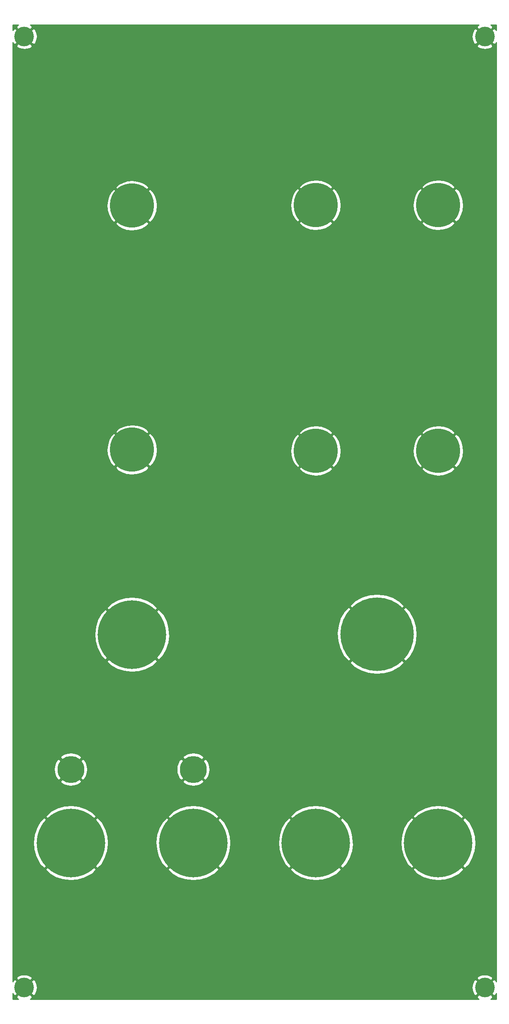
<source format=gbr>
G04 #@! TF.GenerationSoftware,KiCad,Pcbnew,5.1.5-52549c5~84~ubuntu18.04.1*
G04 #@! TF.CreationDate,2020-05-17T00:24:03-04:00*
G04 #@! TF.ProjectId,gategrinder_panel,67617465-6772-4696-9e64-65725f70616e,rev?*
G04 #@! TF.SameCoordinates,Original*
G04 #@! TF.FileFunction,Copper,L2,Bot*
G04 #@! TF.FilePolarity,Positive*
%FSLAX46Y46*%
G04 Gerber Fmt 4.6, Leading zero omitted, Abs format (unit mm)*
G04 Created by KiCad (PCBNEW 5.1.5-52549c5~84~ubuntu18.04.1) date 2020-05-17 00:24:03*
%MOMM*%
%LPD*%
G04 APERTURE LIST*
%ADD10C,14.000000*%
%ADD11C,9.000000*%
%ADD12C,4.000000*%
%ADD13C,5.500000*%
%ADD14C,15.000000*%
%ADD15C,0.254000*%
G04 APERTURE END LIST*
D10*
X102500000Y-167500000D03*
D11*
X177500000Y-87500000D03*
D10*
X177500000Y-167500000D03*
D12*
X187000000Y-3000000D03*
D11*
X152500000Y-87500000D03*
D10*
X127500000Y-167500000D03*
D12*
X93000000Y-3000000D03*
D13*
X102500000Y-152500000D03*
D11*
X115000000Y-87300000D03*
X152500000Y-37400000D03*
D10*
X152500000Y-167500000D03*
D12*
X187000000Y-197000000D03*
D13*
X127500000Y-152500000D03*
D11*
X115000000Y-37500000D03*
X177500000Y-37400000D03*
D10*
X115000000Y-125000000D03*
D14*
X165000000Y-124900000D03*
D12*
X93000000Y-197000000D03*
D15*
G36*
X91548228Y-785742D02*
G01*
X91332106Y-1152501D01*
X93000000Y-2820395D01*
X94667894Y-1152501D01*
X94451772Y-785742D01*
X94211512Y-660000D01*
X185783476Y-660000D01*
X185548228Y-785742D01*
X185332106Y-1152501D01*
X187000000Y-2820395D01*
X188667894Y-1152501D01*
X188451772Y-785742D01*
X188211512Y-660000D01*
X189340000Y-660000D01*
X189340000Y-1783476D01*
X189214258Y-1548228D01*
X188847499Y-1332106D01*
X187179605Y-3000000D01*
X188847499Y-4667894D01*
X189214258Y-4451772D01*
X189340000Y-4211512D01*
X189340001Y-195783478D01*
X189214258Y-195548228D01*
X188847499Y-195332106D01*
X187179605Y-197000000D01*
X188847499Y-198667894D01*
X189214258Y-198451772D01*
X189340001Y-198211510D01*
X189340001Y-199340000D01*
X188216524Y-199340000D01*
X188451772Y-199214258D01*
X188667894Y-198847499D01*
X187000000Y-197179605D01*
X185332106Y-198847499D01*
X185548228Y-199214258D01*
X185788488Y-199340000D01*
X94216524Y-199340000D01*
X94451772Y-199214258D01*
X94667894Y-198847499D01*
X93000000Y-197179605D01*
X91332106Y-198847499D01*
X91548228Y-199214258D01*
X91788488Y-199340000D01*
X90660000Y-199340000D01*
X90660000Y-198216524D01*
X90785742Y-198451772D01*
X91152501Y-198667894D01*
X92820395Y-197000000D01*
X93179605Y-197000000D01*
X94847499Y-198667894D01*
X95214258Y-198451772D01*
X95454938Y-197991895D01*
X95601275Y-197493902D01*
X95643509Y-197023071D01*
X184352352Y-197023071D01*
X184407727Y-197539159D01*
X184562721Y-198034526D01*
X184785742Y-198451772D01*
X185152501Y-198667894D01*
X186820395Y-197000000D01*
X185152501Y-195332106D01*
X184785742Y-195548228D01*
X184545062Y-196008105D01*
X184398725Y-196506098D01*
X184352352Y-197023071D01*
X95643509Y-197023071D01*
X95647648Y-196976929D01*
X95592273Y-196460841D01*
X95437279Y-195965474D01*
X95214258Y-195548228D01*
X94847499Y-195332106D01*
X93179605Y-197000000D01*
X92820395Y-197000000D01*
X91152501Y-195332106D01*
X90785742Y-195548228D01*
X90660000Y-195788488D01*
X90660000Y-195152501D01*
X91332106Y-195152501D01*
X93000000Y-196820395D01*
X94667894Y-195152501D01*
X185332106Y-195152501D01*
X187000000Y-196820395D01*
X188667894Y-195152501D01*
X188451772Y-194785742D01*
X187991895Y-194545062D01*
X187493902Y-194398725D01*
X186976929Y-194352352D01*
X186460841Y-194407727D01*
X185965474Y-194562721D01*
X185548228Y-194785742D01*
X185332106Y-195152501D01*
X94667894Y-195152501D01*
X94451772Y-194785742D01*
X93991895Y-194545062D01*
X93493902Y-194398725D01*
X92976929Y-194352352D01*
X92460841Y-194407727D01*
X91965474Y-194562721D01*
X91548228Y-194785742D01*
X91332106Y-195152501D01*
X90660000Y-195152501D01*
X90660000Y-172901674D01*
X97277932Y-172901674D01*
X98093908Y-173780530D01*
X99403840Y-174519437D01*
X100832756Y-174988591D01*
X102325743Y-175169963D01*
X103825428Y-175056583D01*
X105274176Y-174652807D01*
X106616314Y-173974153D01*
X106906092Y-173780530D01*
X107722068Y-172901674D01*
X122277932Y-172901674D01*
X123093908Y-173780530D01*
X124403840Y-174519437D01*
X125832756Y-174988591D01*
X127325743Y-175169963D01*
X128825428Y-175056583D01*
X130274176Y-174652807D01*
X131616314Y-173974153D01*
X131906092Y-173780530D01*
X132722068Y-172901674D01*
X147277932Y-172901674D01*
X148093908Y-173780530D01*
X149403840Y-174519437D01*
X150832756Y-174988591D01*
X152325743Y-175169963D01*
X153825428Y-175056583D01*
X155274176Y-174652807D01*
X156616314Y-173974153D01*
X156906092Y-173780530D01*
X157722068Y-172901674D01*
X172277932Y-172901674D01*
X173093908Y-173780530D01*
X174403840Y-174519437D01*
X175832756Y-174988591D01*
X177325743Y-175169963D01*
X178825428Y-175056583D01*
X180274176Y-174652807D01*
X181616314Y-173974153D01*
X181906092Y-173780530D01*
X182722068Y-172901674D01*
X177500000Y-167679605D01*
X172277932Y-172901674D01*
X157722068Y-172901674D01*
X152500000Y-167679605D01*
X147277932Y-172901674D01*
X132722068Y-172901674D01*
X127500000Y-167679605D01*
X122277932Y-172901674D01*
X107722068Y-172901674D01*
X102500000Y-167679605D01*
X97277932Y-172901674D01*
X90660000Y-172901674D01*
X90660000Y-167325743D01*
X94830037Y-167325743D01*
X94943417Y-168825428D01*
X95347193Y-170274176D01*
X96025847Y-171616314D01*
X96219470Y-171906092D01*
X97098326Y-172722068D01*
X102320395Y-167500000D01*
X102679605Y-167500000D01*
X107901674Y-172722068D01*
X108780530Y-171906092D01*
X109519437Y-170596160D01*
X109988591Y-169167244D01*
X110169963Y-167674257D01*
X110143615Y-167325743D01*
X119830037Y-167325743D01*
X119943417Y-168825428D01*
X120347193Y-170274176D01*
X121025847Y-171616314D01*
X121219470Y-171906092D01*
X122098326Y-172722068D01*
X127320395Y-167500000D01*
X127679605Y-167500000D01*
X132901674Y-172722068D01*
X133780530Y-171906092D01*
X134519437Y-170596160D01*
X134988591Y-169167244D01*
X135169963Y-167674257D01*
X135143615Y-167325743D01*
X144830037Y-167325743D01*
X144943417Y-168825428D01*
X145347193Y-170274176D01*
X146025847Y-171616314D01*
X146219470Y-171906092D01*
X147098326Y-172722068D01*
X152320395Y-167500000D01*
X152679605Y-167500000D01*
X157901674Y-172722068D01*
X158780530Y-171906092D01*
X159519437Y-170596160D01*
X159988591Y-169167244D01*
X160169963Y-167674257D01*
X160143615Y-167325743D01*
X169830037Y-167325743D01*
X169943417Y-168825428D01*
X170347193Y-170274176D01*
X171025847Y-171616314D01*
X171219470Y-171906092D01*
X172098326Y-172722068D01*
X177320395Y-167500000D01*
X177679605Y-167500000D01*
X182901674Y-172722068D01*
X183780530Y-171906092D01*
X184519437Y-170596160D01*
X184988591Y-169167244D01*
X185169963Y-167674257D01*
X185056583Y-166174572D01*
X184652807Y-164725824D01*
X183974153Y-163383686D01*
X183780530Y-163093908D01*
X182901674Y-162277932D01*
X177679605Y-167500000D01*
X177320395Y-167500000D01*
X172098326Y-162277932D01*
X171219470Y-163093908D01*
X170480563Y-164403840D01*
X170011409Y-165832756D01*
X169830037Y-167325743D01*
X160143615Y-167325743D01*
X160056583Y-166174572D01*
X159652807Y-164725824D01*
X158974153Y-163383686D01*
X158780530Y-163093908D01*
X157901674Y-162277932D01*
X152679605Y-167500000D01*
X152320395Y-167500000D01*
X147098326Y-162277932D01*
X146219470Y-163093908D01*
X145480563Y-164403840D01*
X145011409Y-165832756D01*
X144830037Y-167325743D01*
X135143615Y-167325743D01*
X135056583Y-166174572D01*
X134652807Y-164725824D01*
X133974153Y-163383686D01*
X133780530Y-163093908D01*
X132901674Y-162277932D01*
X127679605Y-167500000D01*
X127320395Y-167500000D01*
X122098326Y-162277932D01*
X121219470Y-163093908D01*
X120480563Y-164403840D01*
X120011409Y-165832756D01*
X119830037Y-167325743D01*
X110143615Y-167325743D01*
X110056583Y-166174572D01*
X109652807Y-164725824D01*
X108974153Y-163383686D01*
X108780530Y-163093908D01*
X107901674Y-162277932D01*
X102679605Y-167500000D01*
X102320395Y-167500000D01*
X97098326Y-162277932D01*
X96219470Y-163093908D01*
X95480563Y-164403840D01*
X95011409Y-165832756D01*
X94830037Y-167325743D01*
X90660000Y-167325743D01*
X90660000Y-162098326D01*
X97277932Y-162098326D01*
X102500000Y-167320395D01*
X107722068Y-162098326D01*
X122277932Y-162098326D01*
X127500000Y-167320395D01*
X132722068Y-162098326D01*
X147277932Y-162098326D01*
X152500000Y-167320395D01*
X157722068Y-162098326D01*
X172277932Y-162098326D01*
X177500000Y-167320395D01*
X182722068Y-162098326D01*
X181906092Y-161219470D01*
X180596160Y-160480563D01*
X179167244Y-160011409D01*
X177674257Y-159830037D01*
X176174572Y-159943417D01*
X174725824Y-160347193D01*
X173383686Y-161025847D01*
X173093908Y-161219470D01*
X172277932Y-162098326D01*
X157722068Y-162098326D01*
X156906092Y-161219470D01*
X155596160Y-160480563D01*
X154167244Y-160011409D01*
X152674257Y-159830037D01*
X151174572Y-159943417D01*
X149725824Y-160347193D01*
X148383686Y-161025847D01*
X148093908Y-161219470D01*
X147277932Y-162098326D01*
X132722068Y-162098326D01*
X131906092Y-161219470D01*
X130596160Y-160480563D01*
X129167244Y-160011409D01*
X127674257Y-159830037D01*
X126174572Y-159943417D01*
X124725824Y-160347193D01*
X123383686Y-161025847D01*
X123093908Y-161219470D01*
X122277932Y-162098326D01*
X107722068Y-162098326D01*
X106906092Y-161219470D01*
X105596160Y-160480563D01*
X104167244Y-160011409D01*
X102674257Y-159830037D01*
X101174572Y-159943417D01*
X99725824Y-160347193D01*
X98383686Y-161025847D01*
X98093908Y-161219470D01*
X97277932Y-162098326D01*
X90660000Y-162098326D01*
X90660000Y-154880928D01*
X100298677Y-154880928D01*
X100604859Y-155324503D01*
X101192306Y-155639954D01*
X101830008Y-155834740D01*
X102493457Y-155901372D01*
X103157158Y-155837292D01*
X103795605Y-155644962D01*
X104384262Y-155331772D01*
X104395141Y-155324503D01*
X104701323Y-154880928D01*
X125298677Y-154880928D01*
X125604859Y-155324503D01*
X126192306Y-155639954D01*
X126830008Y-155834740D01*
X127493457Y-155901372D01*
X128157158Y-155837292D01*
X128795605Y-155644962D01*
X129384262Y-155331772D01*
X129395141Y-155324503D01*
X129701323Y-154880928D01*
X127500000Y-152679605D01*
X125298677Y-154880928D01*
X104701323Y-154880928D01*
X102500000Y-152679605D01*
X100298677Y-154880928D01*
X90660000Y-154880928D01*
X90660000Y-152493457D01*
X99098628Y-152493457D01*
X99162708Y-153157158D01*
X99355038Y-153795605D01*
X99668228Y-154384262D01*
X99675497Y-154395141D01*
X100119072Y-154701323D01*
X102320395Y-152500000D01*
X102679605Y-152500000D01*
X104880928Y-154701323D01*
X105324503Y-154395141D01*
X105639954Y-153807694D01*
X105834740Y-153169992D01*
X105901372Y-152506543D01*
X105900109Y-152493457D01*
X124098628Y-152493457D01*
X124162708Y-153157158D01*
X124355038Y-153795605D01*
X124668228Y-154384262D01*
X124675497Y-154395141D01*
X125119072Y-154701323D01*
X127320395Y-152500000D01*
X127679605Y-152500000D01*
X129880928Y-154701323D01*
X130324503Y-154395141D01*
X130639954Y-153807694D01*
X130834740Y-153169992D01*
X130901372Y-152506543D01*
X130837292Y-151842842D01*
X130644962Y-151204395D01*
X130331772Y-150615738D01*
X130324503Y-150604859D01*
X129880928Y-150298677D01*
X127679605Y-152500000D01*
X127320395Y-152500000D01*
X125119072Y-150298677D01*
X124675497Y-150604859D01*
X124360046Y-151192306D01*
X124165260Y-151830008D01*
X124098628Y-152493457D01*
X105900109Y-152493457D01*
X105837292Y-151842842D01*
X105644962Y-151204395D01*
X105331772Y-150615738D01*
X105324503Y-150604859D01*
X104880928Y-150298677D01*
X102679605Y-152500000D01*
X102320395Y-152500000D01*
X100119072Y-150298677D01*
X99675497Y-150604859D01*
X99360046Y-151192306D01*
X99165260Y-151830008D01*
X99098628Y-152493457D01*
X90660000Y-152493457D01*
X90660000Y-150119072D01*
X100298677Y-150119072D01*
X102500000Y-152320395D01*
X104701323Y-150119072D01*
X125298677Y-150119072D01*
X127500000Y-152320395D01*
X129701323Y-150119072D01*
X129395141Y-149675497D01*
X128807694Y-149360046D01*
X128169992Y-149165260D01*
X127506543Y-149098628D01*
X126842842Y-149162708D01*
X126204395Y-149355038D01*
X125615738Y-149668228D01*
X125604859Y-149675497D01*
X125298677Y-150119072D01*
X104701323Y-150119072D01*
X104395141Y-149675497D01*
X103807694Y-149360046D01*
X103169992Y-149165260D01*
X102506543Y-149098628D01*
X101842842Y-149162708D01*
X101204395Y-149355038D01*
X100615738Y-149668228D01*
X100604859Y-149675497D01*
X100298677Y-150119072D01*
X90660000Y-150119072D01*
X90660000Y-130401674D01*
X109777932Y-130401674D01*
X110593908Y-131280530D01*
X111903840Y-132019437D01*
X113332756Y-132488591D01*
X114825743Y-132669963D01*
X116325428Y-132556583D01*
X117774176Y-132152807D01*
X119116314Y-131474153D01*
X119406092Y-131280530D01*
X119985023Y-130656985D01*
X159422620Y-130656985D01*
X160298556Y-131587048D01*
X161693471Y-132375765D01*
X163215454Y-132877192D01*
X164806017Y-133072060D01*
X166404033Y-132952881D01*
X167948094Y-132524234D01*
X169378861Y-131802592D01*
X169701444Y-131587048D01*
X170577380Y-130656985D01*
X165000000Y-125079605D01*
X159422620Y-130656985D01*
X119985023Y-130656985D01*
X120222068Y-130401674D01*
X115000000Y-125179605D01*
X109777932Y-130401674D01*
X90660000Y-130401674D01*
X90660000Y-124825743D01*
X107330037Y-124825743D01*
X107443417Y-126325428D01*
X107847193Y-127774176D01*
X108525847Y-129116314D01*
X108719470Y-129406092D01*
X109598326Y-130222068D01*
X114820395Y-125000000D01*
X115179605Y-125000000D01*
X120401674Y-130222068D01*
X121280530Y-129406092D01*
X122019437Y-128096160D01*
X122488591Y-126667244D01*
X122669963Y-125174257D01*
X122634563Y-124706017D01*
X156827940Y-124706017D01*
X156947119Y-126304033D01*
X157375766Y-127848094D01*
X158097408Y-129278861D01*
X158312952Y-129601444D01*
X159243015Y-130477380D01*
X164820395Y-124900000D01*
X165179605Y-124900000D01*
X170756985Y-130477380D01*
X171687048Y-129601444D01*
X172475765Y-128206529D01*
X172977192Y-126684546D01*
X173172060Y-125093983D01*
X173052881Y-123495967D01*
X172624234Y-121951906D01*
X171902592Y-120521139D01*
X171687048Y-120198556D01*
X170756985Y-119322620D01*
X165179605Y-124900000D01*
X164820395Y-124900000D01*
X159243015Y-119322620D01*
X158312952Y-120198556D01*
X157524235Y-121593471D01*
X157022808Y-123115454D01*
X156827940Y-124706017D01*
X122634563Y-124706017D01*
X122556583Y-123674572D01*
X122152807Y-122225824D01*
X121474153Y-120883686D01*
X121280530Y-120593908D01*
X120401674Y-119777932D01*
X115179605Y-125000000D01*
X114820395Y-125000000D01*
X109598326Y-119777932D01*
X108719470Y-120593908D01*
X107980563Y-121903840D01*
X107511409Y-123332756D01*
X107330037Y-124825743D01*
X90660000Y-124825743D01*
X90660000Y-119598326D01*
X109777932Y-119598326D01*
X115000000Y-124820395D01*
X120222068Y-119598326D01*
X119799334Y-119143015D01*
X159422620Y-119143015D01*
X165000000Y-124720395D01*
X170577380Y-119143015D01*
X169701444Y-118212952D01*
X168306529Y-117424235D01*
X166784546Y-116922808D01*
X165193983Y-116727940D01*
X163595967Y-116847119D01*
X162051906Y-117275766D01*
X160621139Y-117997408D01*
X160298556Y-118212952D01*
X159422620Y-119143015D01*
X119799334Y-119143015D01*
X119406092Y-118719470D01*
X118096160Y-117980563D01*
X116667244Y-117511409D01*
X115174257Y-117330037D01*
X113674572Y-117443417D01*
X112225824Y-117847193D01*
X110883686Y-118525847D01*
X110593908Y-118719470D01*
X109777932Y-119598326D01*
X90660000Y-119598326D01*
X90660000Y-90924971D01*
X111554634Y-90924971D01*
X112070783Y-91547788D01*
X112955768Y-92037630D01*
X113919314Y-92345407D01*
X114924389Y-92459293D01*
X115932370Y-92374910D01*
X116904520Y-92095501D01*
X117803481Y-91631803D01*
X117929217Y-91547788D01*
X118279619Y-91124971D01*
X149054634Y-91124971D01*
X149570783Y-91747788D01*
X150455768Y-92237630D01*
X151419314Y-92545407D01*
X152424389Y-92659293D01*
X153432370Y-92574910D01*
X154404520Y-92295501D01*
X155303481Y-91831803D01*
X155429217Y-91747788D01*
X155945366Y-91124971D01*
X174054634Y-91124971D01*
X174570783Y-91747788D01*
X175455768Y-92237630D01*
X176419314Y-92545407D01*
X177424389Y-92659293D01*
X178432370Y-92574910D01*
X179404520Y-92295501D01*
X180303481Y-91831803D01*
X180429217Y-91747788D01*
X180945366Y-91124971D01*
X177500000Y-87679605D01*
X174054634Y-91124971D01*
X155945366Y-91124971D01*
X152500000Y-87679605D01*
X149054634Y-91124971D01*
X118279619Y-91124971D01*
X118445366Y-90924971D01*
X115000000Y-87479605D01*
X111554634Y-90924971D01*
X90660000Y-90924971D01*
X90660000Y-87224389D01*
X109840707Y-87224389D01*
X109925090Y-88232370D01*
X110204499Y-89204520D01*
X110668197Y-90103481D01*
X110752212Y-90229217D01*
X111375029Y-90745366D01*
X114820395Y-87300000D01*
X115179605Y-87300000D01*
X118624971Y-90745366D01*
X119247788Y-90229217D01*
X119737630Y-89344232D01*
X120045407Y-88380686D01*
X120153765Y-87424389D01*
X147340707Y-87424389D01*
X147425090Y-88432370D01*
X147704499Y-89404520D01*
X148168197Y-90303481D01*
X148252212Y-90429217D01*
X148875029Y-90945366D01*
X152320395Y-87500000D01*
X152679605Y-87500000D01*
X156124971Y-90945366D01*
X156747788Y-90429217D01*
X157237630Y-89544232D01*
X157545407Y-88580686D01*
X157659293Y-87575611D01*
X157646634Y-87424389D01*
X172340707Y-87424389D01*
X172425090Y-88432370D01*
X172704499Y-89404520D01*
X173168197Y-90303481D01*
X173252212Y-90429217D01*
X173875029Y-90945366D01*
X177320395Y-87500000D01*
X177679605Y-87500000D01*
X181124971Y-90945366D01*
X181747788Y-90429217D01*
X182237630Y-89544232D01*
X182545407Y-88580686D01*
X182659293Y-87575611D01*
X182574910Y-86567630D01*
X182295501Y-85595480D01*
X181831803Y-84696519D01*
X181747788Y-84570783D01*
X181124971Y-84054634D01*
X177679605Y-87500000D01*
X177320395Y-87500000D01*
X173875029Y-84054634D01*
X173252212Y-84570783D01*
X172762370Y-85455768D01*
X172454593Y-86419314D01*
X172340707Y-87424389D01*
X157646634Y-87424389D01*
X157574910Y-86567630D01*
X157295501Y-85595480D01*
X156831803Y-84696519D01*
X156747788Y-84570783D01*
X156124971Y-84054634D01*
X152679605Y-87500000D01*
X152320395Y-87500000D01*
X148875029Y-84054634D01*
X148252212Y-84570783D01*
X147762370Y-85455768D01*
X147454593Y-86419314D01*
X147340707Y-87424389D01*
X120153765Y-87424389D01*
X120159293Y-87375611D01*
X120074910Y-86367630D01*
X119795501Y-85395480D01*
X119331803Y-84496519D01*
X119247788Y-84370783D01*
X118649581Y-83875029D01*
X149054634Y-83875029D01*
X152500000Y-87320395D01*
X155945366Y-83875029D01*
X174054634Y-83875029D01*
X177500000Y-87320395D01*
X180945366Y-83875029D01*
X180429217Y-83252212D01*
X179544232Y-82762370D01*
X178580686Y-82454593D01*
X177575611Y-82340707D01*
X176567630Y-82425090D01*
X175595480Y-82704499D01*
X174696519Y-83168197D01*
X174570783Y-83252212D01*
X174054634Y-83875029D01*
X155945366Y-83875029D01*
X155429217Y-83252212D01*
X154544232Y-82762370D01*
X153580686Y-82454593D01*
X152575611Y-82340707D01*
X151567630Y-82425090D01*
X150595480Y-82704499D01*
X149696519Y-83168197D01*
X149570783Y-83252212D01*
X149054634Y-83875029D01*
X118649581Y-83875029D01*
X118624971Y-83854634D01*
X115179605Y-87300000D01*
X114820395Y-87300000D01*
X111375029Y-83854634D01*
X110752212Y-84370783D01*
X110262370Y-85255768D01*
X109954593Y-86219314D01*
X109840707Y-87224389D01*
X90660000Y-87224389D01*
X90660000Y-83675029D01*
X111554634Y-83675029D01*
X115000000Y-87120395D01*
X118445366Y-83675029D01*
X117929217Y-83052212D01*
X117044232Y-82562370D01*
X116080686Y-82254593D01*
X115075611Y-82140707D01*
X114067630Y-82225090D01*
X113095480Y-82504499D01*
X112196519Y-82968197D01*
X112070783Y-83052212D01*
X111554634Y-83675029D01*
X90660000Y-83675029D01*
X90660000Y-41124971D01*
X111554634Y-41124971D01*
X112070783Y-41747788D01*
X112955768Y-42237630D01*
X113919314Y-42545407D01*
X114924389Y-42659293D01*
X115932370Y-42574910D01*
X116904520Y-42295501D01*
X117803481Y-41831803D01*
X117929217Y-41747788D01*
X118445366Y-41124971D01*
X118345366Y-41024971D01*
X149054634Y-41024971D01*
X149570783Y-41647788D01*
X150455768Y-42137630D01*
X151419314Y-42445407D01*
X152424389Y-42559293D01*
X153432370Y-42474910D01*
X154404520Y-42195501D01*
X155303481Y-41731803D01*
X155429217Y-41647788D01*
X155945366Y-41024971D01*
X174054634Y-41024971D01*
X174570783Y-41647788D01*
X175455768Y-42137630D01*
X176419314Y-42445407D01*
X177424389Y-42559293D01*
X178432370Y-42474910D01*
X179404520Y-42195501D01*
X180303481Y-41731803D01*
X180429217Y-41647788D01*
X180945366Y-41024971D01*
X177500000Y-37579605D01*
X174054634Y-41024971D01*
X155945366Y-41024971D01*
X152500000Y-37579605D01*
X149054634Y-41024971D01*
X118345366Y-41024971D01*
X115000000Y-37679605D01*
X111554634Y-41124971D01*
X90660000Y-41124971D01*
X90660000Y-37424389D01*
X109840707Y-37424389D01*
X109925090Y-38432370D01*
X110204499Y-39404520D01*
X110668197Y-40303481D01*
X110752212Y-40429217D01*
X111375029Y-40945366D01*
X114820395Y-37500000D01*
X115179605Y-37500000D01*
X118624971Y-40945366D01*
X119247788Y-40429217D01*
X119737630Y-39544232D01*
X120045407Y-38580686D01*
X120159293Y-37575611D01*
X120138262Y-37324389D01*
X147340707Y-37324389D01*
X147425090Y-38332370D01*
X147704499Y-39304520D01*
X148168197Y-40203481D01*
X148252212Y-40329217D01*
X148875029Y-40845366D01*
X152320395Y-37400000D01*
X152679605Y-37400000D01*
X156124971Y-40845366D01*
X156747788Y-40329217D01*
X157237630Y-39444232D01*
X157545407Y-38480686D01*
X157659293Y-37475611D01*
X157646634Y-37324389D01*
X172340707Y-37324389D01*
X172425090Y-38332370D01*
X172704499Y-39304520D01*
X173168197Y-40203481D01*
X173252212Y-40329217D01*
X173875029Y-40845366D01*
X177320395Y-37400000D01*
X177679605Y-37400000D01*
X181124971Y-40845366D01*
X181747788Y-40329217D01*
X182237630Y-39444232D01*
X182545407Y-38480686D01*
X182659293Y-37475611D01*
X182574910Y-36467630D01*
X182295501Y-35495480D01*
X181831803Y-34596519D01*
X181747788Y-34470783D01*
X181124971Y-33954634D01*
X177679605Y-37400000D01*
X177320395Y-37400000D01*
X173875029Y-33954634D01*
X173252212Y-34470783D01*
X172762370Y-35355768D01*
X172454593Y-36319314D01*
X172340707Y-37324389D01*
X157646634Y-37324389D01*
X157574910Y-36467630D01*
X157295501Y-35495480D01*
X156831803Y-34596519D01*
X156747788Y-34470783D01*
X156124971Y-33954634D01*
X152679605Y-37400000D01*
X152320395Y-37400000D01*
X148875029Y-33954634D01*
X148252212Y-34470783D01*
X147762370Y-35355768D01*
X147454593Y-36319314D01*
X147340707Y-37324389D01*
X120138262Y-37324389D01*
X120074910Y-36567630D01*
X119795501Y-35595480D01*
X119331803Y-34696519D01*
X119247788Y-34570783D01*
X118624971Y-34054634D01*
X115179605Y-37500000D01*
X114820395Y-37500000D01*
X111375029Y-34054634D01*
X110752212Y-34570783D01*
X110262370Y-35455768D01*
X109954593Y-36419314D01*
X109840707Y-37424389D01*
X90660000Y-37424389D01*
X90660000Y-33875029D01*
X111554634Y-33875029D01*
X115000000Y-37320395D01*
X118445366Y-33875029D01*
X118362493Y-33775029D01*
X149054634Y-33775029D01*
X152500000Y-37220395D01*
X155945366Y-33775029D01*
X174054634Y-33775029D01*
X177500000Y-37220395D01*
X180945366Y-33775029D01*
X180429217Y-33152212D01*
X179544232Y-32662370D01*
X178580686Y-32354593D01*
X177575611Y-32240707D01*
X176567630Y-32325090D01*
X175595480Y-32604499D01*
X174696519Y-33068197D01*
X174570783Y-33152212D01*
X174054634Y-33775029D01*
X155945366Y-33775029D01*
X155429217Y-33152212D01*
X154544232Y-32662370D01*
X153580686Y-32354593D01*
X152575611Y-32240707D01*
X151567630Y-32325090D01*
X150595480Y-32604499D01*
X149696519Y-33068197D01*
X149570783Y-33152212D01*
X149054634Y-33775029D01*
X118362493Y-33775029D01*
X117929217Y-33252212D01*
X117044232Y-32762370D01*
X116080686Y-32454593D01*
X115075611Y-32340707D01*
X114067630Y-32425090D01*
X113095480Y-32704499D01*
X112196519Y-33168197D01*
X112070783Y-33252212D01*
X111554634Y-33875029D01*
X90660000Y-33875029D01*
X90660000Y-4847499D01*
X91332106Y-4847499D01*
X91548228Y-5214258D01*
X92008105Y-5454938D01*
X92506098Y-5601275D01*
X93023071Y-5647648D01*
X93539159Y-5592273D01*
X94034526Y-5437279D01*
X94451772Y-5214258D01*
X94667894Y-4847499D01*
X185332106Y-4847499D01*
X185548228Y-5214258D01*
X186008105Y-5454938D01*
X186506098Y-5601275D01*
X187023071Y-5647648D01*
X187539159Y-5592273D01*
X188034526Y-5437279D01*
X188451772Y-5214258D01*
X188667894Y-4847499D01*
X187000000Y-3179605D01*
X185332106Y-4847499D01*
X94667894Y-4847499D01*
X93000000Y-3179605D01*
X91332106Y-4847499D01*
X90660000Y-4847499D01*
X90660000Y-4216524D01*
X90785742Y-4451772D01*
X91152501Y-4667894D01*
X92820395Y-3000000D01*
X93179605Y-3000000D01*
X94847499Y-4667894D01*
X95214258Y-4451772D01*
X95454938Y-3991895D01*
X95601275Y-3493902D01*
X95643509Y-3023071D01*
X184352352Y-3023071D01*
X184407727Y-3539159D01*
X184562721Y-4034526D01*
X184785742Y-4451772D01*
X185152501Y-4667894D01*
X186820395Y-3000000D01*
X185152501Y-1332106D01*
X184785742Y-1548228D01*
X184545062Y-2008105D01*
X184398725Y-2506098D01*
X184352352Y-3023071D01*
X95643509Y-3023071D01*
X95647648Y-2976929D01*
X95592273Y-2460841D01*
X95437279Y-1965474D01*
X95214258Y-1548228D01*
X94847499Y-1332106D01*
X93179605Y-3000000D01*
X92820395Y-3000000D01*
X91152501Y-1332106D01*
X90785742Y-1548228D01*
X90660000Y-1788488D01*
X90660000Y-660000D01*
X91783476Y-660000D01*
X91548228Y-785742D01*
G37*
X91548228Y-785742D02*
X91332106Y-1152501D01*
X93000000Y-2820395D01*
X94667894Y-1152501D01*
X94451772Y-785742D01*
X94211512Y-660000D01*
X185783476Y-660000D01*
X185548228Y-785742D01*
X185332106Y-1152501D01*
X187000000Y-2820395D01*
X188667894Y-1152501D01*
X188451772Y-785742D01*
X188211512Y-660000D01*
X189340000Y-660000D01*
X189340000Y-1783476D01*
X189214258Y-1548228D01*
X188847499Y-1332106D01*
X187179605Y-3000000D01*
X188847499Y-4667894D01*
X189214258Y-4451772D01*
X189340000Y-4211512D01*
X189340001Y-195783478D01*
X189214258Y-195548228D01*
X188847499Y-195332106D01*
X187179605Y-197000000D01*
X188847499Y-198667894D01*
X189214258Y-198451772D01*
X189340001Y-198211510D01*
X189340001Y-199340000D01*
X188216524Y-199340000D01*
X188451772Y-199214258D01*
X188667894Y-198847499D01*
X187000000Y-197179605D01*
X185332106Y-198847499D01*
X185548228Y-199214258D01*
X185788488Y-199340000D01*
X94216524Y-199340000D01*
X94451772Y-199214258D01*
X94667894Y-198847499D01*
X93000000Y-197179605D01*
X91332106Y-198847499D01*
X91548228Y-199214258D01*
X91788488Y-199340000D01*
X90660000Y-199340000D01*
X90660000Y-198216524D01*
X90785742Y-198451772D01*
X91152501Y-198667894D01*
X92820395Y-197000000D01*
X93179605Y-197000000D01*
X94847499Y-198667894D01*
X95214258Y-198451772D01*
X95454938Y-197991895D01*
X95601275Y-197493902D01*
X95643509Y-197023071D01*
X184352352Y-197023071D01*
X184407727Y-197539159D01*
X184562721Y-198034526D01*
X184785742Y-198451772D01*
X185152501Y-198667894D01*
X186820395Y-197000000D01*
X185152501Y-195332106D01*
X184785742Y-195548228D01*
X184545062Y-196008105D01*
X184398725Y-196506098D01*
X184352352Y-197023071D01*
X95643509Y-197023071D01*
X95647648Y-196976929D01*
X95592273Y-196460841D01*
X95437279Y-195965474D01*
X95214258Y-195548228D01*
X94847499Y-195332106D01*
X93179605Y-197000000D01*
X92820395Y-197000000D01*
X91152501Y-195332106D01*
X90785742Y-195548228D01*
X90660000Y-195788488D01*
X90660000Y-195152501D01*
X91332106Y-195152501D01*
X93000000Y-196820395D01*
X94667894Y-195152501D01*
X185332106Y-195152501D01*
X187000000Y-196820395D01*
X188667894Y-195152501D01*
X188451772Y-194785742D01*
X187991895Y-194545062D01*
X187493902Y-194398725D01*
X186976929Y-194352352D01*
X186460841Y-194407727D01*
X185965474Y-194562721D01*
X185548228Y-194785742D01*
X185332106Y-195152501D01*
X94667894Y-195152501D01*
X94451772Y-194785742D01*
X93991895Y-194545062D01*
X93493902Y-194398725D01*
X92976929Y-194352352D01*
X92460841Y-194407727D01*
X91965474Y-194562721D01*
X91548228Y-194785742D01*
X91332106Y-195152501D01*
X90660000Y-195152501D01*
X90660000Y-172901674D01*
X97277932Y-172901674D01*
X98093908Y-173780530D01*
X99403840Y-174519437D01*
X100832756Y-174988591D01*
X102325743Y-175169963D01*
X103825428Y-175056583D01*
X105274176Y-174652807D01*
X106616314Y-173974153D01*
X106906092Y-173780530D01*
X107722068Y-172901674D01*
X122277932Y-172901674D01*
X123093908Y-173780530D01*
X124403840Y-174519437D01*
X125832756Y-174988591D01*
X127325743Y-175169963D01*
X128825428Y-175056583D01*
X130274176Y-174652807D01*
X131616314Y-173974153D01*
X131906092Y-173780530D01*
X132722068Y-172901674D01*
X147277932Y-172901674D01*
X148093908Y-173780530D01*
X149403840Y-174519437D01*
X150832756Y-174988591D01*
X152325743Y-175169963D01*
X153825428Y-175056583D01*
X155274176Y-174652807D01*
X156616314Y-173974153D01*
X156906092Y-173780530D01*
X157722068Y-172901674D01*
X172277932Y-172901674D01*
X173093908Y-173780530D01*
X174403840Y-174519437D01*
X175832756Y-174988591D01*
X177325743Y-175169963D01*
X178825428Y-175056583D01*
X180274176Y-174652807D01*
X181616314Y-173974153D01*
X181906092Y-173780530D01*
X182722068Y-172901674D01*
X177500000Y-167679605D01*
X172277932Y-172901674D01*
X157722068Y-172901674D01*
X152500000Y-167679605D01*
X147277932Y-172901674D01*
X132722068Y-172901674D01*
X127500000Y-167679605D01*
X122277932Y-172901674D01*
X107722068Y-172901674D01*
X102500000Y-167679605D01*
X97277932Y-172901674D01*
X90660000Y-172901674D01*
X90660000Y-167325743D01*
X94830037Y-167325743D01*
X94943417Y-168825428D01*
X95347193Y-170274176D01*
X96025847Y-171616314D01*
X96219470Y-171906092D01*
X97098326Y-172722068D01*
X102320395Y-167500000D01*
X102679605Y-167500000D01*
X107901674Y-172722068D01*
X108780530Y-171906092D01*
X109519437Y-170596160D01*
X109988591Y-169167244D01*
X110169963Y-167674257D01*
X110143615Y-167325743D01*
X119830037Y-167325743D01*
X119943417Y-168825428D01*
X120347193Y-170274176D01*
X121025847Y-171616314D01*
X121219470Y-171906092D01*
X122098326Y-172722068D01*
X127320395Y-167500000D01*
X127679605Y-167500000D01*
X132901674Y-172722068D01*
X133780530Y-171906092D01*
X134519437Y-170596160D01*
X134988591Y-169167244D01*
X135169963Y-167674257D01*
X135143615Y-167325743D01*
X144830037Y-167325743D01*
X144943417Y-168825428D01*
X145347193Y-170274176D01*
X146025847Y-171616314D01*
X146219470Y-171906092D01*
X147098326Y-172722068D01*
X152320395Y-167500000D01*
X152679605Y-167500000D01*
X157901674Y-172722068D01*
X158780530Y-171906092D01*
X159519437Y-170596160D01*
X159988591Y-169167244D01*
X160169963Y-167674257D01*
X160143615Y-167325743D01*
X169830037Y-167325743D01*
X169943417Y-168825428D01*
X170347193Y-170274176D01*
X171025847Y-171616314D01*
X171219470Y-171906092D01*
X172098326Y-172722068D01*
X177320395Y-167500000D01*
X177679605Y-167500000D01*
X182901674Y-172722068D01*
X183780530Y-171906092D01*
X184519437Y-170596160D01*
X184988591Y-169167244D01*
X185169963Y-167674257D01*
X185056583Y-166174572D01*
X184652807Y-164725824D01*
X183974153Y-163383686D01*
X183780530Y-163093908D01*
X182901674Y-162277932D01*
X177679605Y-167500000D01*
X177320395Y-167500000D01*
X172098326Y-162277932D01*
X171219470Y-163093908D01*
X170480563Y-164403840D01*
X170011409Y-165832756D01*
X169830037Y-167325743D01*
X160143615Y-167325743D01*
X160056583Y-166174572D01*
X159652807Y-164725824D01*
X158974153Y-163383686D01*
X158780530Y-163093908D01*
X157901674Y-162277932D01*
X152679605Y-167500000D01*
X152320395Y-167500000D01*
X147098326Y-162277932D01*
X146219470Y-163093908D01*
X145480563Y-164403840D01*
X145011409Y-165832756D01*
X144830037Y-167325743D01*
X135143615Y-167325743D01*
X135056583Y-166174572D01*
X134652807Y-164725824D01*
X133974153Y-163383686D01*
X133780530Y-163093908D01*
X132901674Y-162277932D01*
X127679605Y-167500000D01*
X127320395Y-167500000D01*
X122098326Y-162277932D01*
X121219470Y-163093908D01*
X120480563Y-164403840D01*
X120011409Y-165832756D01*
X119830037Y-167325743D01*
X110143615Y-167325743D01*
X110056583Y-166174572D01*
X109652807Y-164725824D01*
X108974153Y-163383686D01*
X108780530Y-163093908D01*
X107901674Y-162277932D01*
X102679605Y-167500000D01*
X102320395Y-167500000D01*
X97098326Y-162277932D01*
X96219470Y-163093908D01*
X95480563Y-164403840D01*
X95011409Y-165832756D01*
X94830037Y-167325743D01*
X90660000Y-167325743D01*
X90660000Y-162098326D01*
X97277932Y-162098326D01*
X102500000Y-167320395D01*
X107722068Y-162098326D01*
X122277932Y-162098326D01*
X127500000Y-167320395D01*
X132722068Y-162098326D01*
X147277932Y-162098326D01*
X152500000Y-167320395D01*
X157722068Y-162098326D01*
X172277932Y-162098326D01*
X177500000Y-167320395D01*
X182722068Y-162098326D01*
X181906092Y-161219470D01*
X180596160Y-160480563D01*
X179167244Y-160011409D01*
X177674257Y-159830037D01*
X176174572Y-159943417D01*
X174725824Y-160347193D01*
X173383686Y-161025847D01*
X173093908Y-161219470D01*
X172277932Y-162098326D01*
X157722068Y-162098326D01*
X156906092Y-161219470D01*
X155596160Y-160480563D01*
X154167244Y-160011409D01*
X152674257Y-159830037D01*
X151174572Y-159943417D01*
X149725824Y-160347193D01*
X148383686Y-161025847D01*
X148093908Y-161219470D01*
X147277932Y-162098326D01*
X132722068Y-162098326D01*
X131906092Y-161219470D01*
X130596160Y-160480563D01*
X129167244Y-160011409D01*
X127674257Y-159830037D01*
X126174572Y-159943417D01*
X124725824Y-160347193D01*
X123383686Y-161025847D01*
X123093908Y-161219470D01*
X122277932Y-162098326D01*
X107722068Y-162098326D01*
X106906092Y-161219470D01*
X105596160Y-160480563D01*
X104167244Y-160011409D01*
X102674257Y-159830037D01*
X101174572Y-159943417D01*
X99725824Y-160347193D01*
X98383686Y-161025847D01*
X98093908Y-161219470D01*
X97277932Y-162098326D01*
X90660000Y-162098326D01*
X90660000Y-154880928D01*
X100298677Y-154880928D01*
X100604859Y-155324503D01*
X101192306Y-155639954D01*
X101830008Y-155834740D01*
X102493457Y-155901372D01*
X103157158Y-155837292D01*
X103795605Y-155644962D01*
X104384262Y-155331772D01*
X104395141Y-155324503D01*
X104701323Y-154880928D01*
X125298677Y-154880928D01*
X125604859Y-155324503D01*
X126192306Y-155639954D01*
X126830008Y-155834740D01*
X127493457Y-155901372D01*
X128157158Y-155837292D01*
X128795605Y-155644962D01*
X129384262Y-155331772D01*
X129395141Y-155324503D01*
X129701323Y-154880928D01*
X127500000Y-152679605D01*
X125298677Y-154880928D01*
X104701323Y-154880928D01*
X102500000Y-152679605D01*
X100298677Y-154880928D01*
X90660000Y-154880928D01*
X90660000Y-152493457D01*
X99098628Y-152493457D01*
X99162708Y-153157158D01*
X99355038Y-153795605D01*
X99668228Y-154384262D01*
X99675497Y-154395141D01*
X100119072Y-154701323D01*
X102320395Y-152500000D01*
X102679605Y-152500000D01*
X104880928Y-154701323D01*
X105324503Y-154395141D01*
X105639954Y-153807694D01*
X105834740Y-153169992D01*
X105901372Y-152506543D01*
X105900109Y-152493457D01*
X124098628Y-152493457D01*
X124162708Y-153157158D01*
X124355038Y-153795605D01*
X124668228Y-154384262D01*
X124675497Y-154395141D01*
X125119072Y-154701323D01*
X127320395Y-152500000D01*
X127679605Y-152500000D01*
X129880928Y-154701323D01*
X130324503Y-154395141D01*
X130639954Y-153807694D01*
X130834740Y-153169992D01*
X130901372Y-152506543D01*
X130837292Y-151842842D01*
X130644962Y-151204395D01*
X130331772Y-150615738D01*
X130324503Y-150604859D01*
X129880928Y-150298677D01*
X127679605Y-152500000D01*
X127320395Y-152500000D01*
X125119072Y-150298677D01*
X124675497Y-150604859D01*
X124360046Y-151192306D01*
X124165260Y-151830008D01*
X124098628Y-152493457D01*
X105900109Y-152493457D01*
X105837292Y-151842842D01*
X105644962Y-151204395D01*
X105331772Y-150615738D01*
X105324503Y-150604859D01*
X104880928Y-150298677D01*
X102679605Y-152500000D01*
X102320395Y-152500000D01*
X100119072Y-150298677D01*
X99675497Y-150604859D01*
X99360046Y-151192306D01*
X99165260Y-151830008D01*
X99098628Y-152493457D01*
X90660000Y-152493457D01*
X90660000Y-150119072D01*
X100298677Y-150119072D01*
X102500000Y-152320395D01*
X104701323Y-150119072D01*
X125298677Y-150119072D01*
X127500000Y-152320395D01*
X129701323Y-150119072D01*
X129395141Y-149675497D01*
X128807694Y-149360046D01*
X128169992Y-149165260D01*
X127506543Y-149098628D01*
X126842842Y-149162708D01*
X126204395Y-149355038D01*
X125615738Y-149668228D01*
X125604859Y-149675497D01*
X125298677Y-150119072D01*
X104701323Y-150119072D01*
X104395141Y-149675497D01*
X103807694Y-149360046D01*
X103169992Y-149165260D01*
X102506543Y-149098628D01*
X101842842Y-149162708D01*
X101204395Y-149355038D01*
X100615738Y-149668228D01*
X100604859Y-149675497D01*
X100298677Y-150119072D01*
X90660000Y-150119072D01*
X90660000Y-130401674D01*
X109777932Y-130401674D01*
X110593908Y-131280530D01*
X111903840Y-132019437D01*
X113332756Y-132488591D01*
X114825743Y-132669963D01*
X116325428Y-132556583D01*
X117774176Y-132152807D01*
X119116314Y-131474153D01*
X119406092Y-131280530D01*
X119985023Y-130656985D01*
X159422620Y-130656985D01*
X160298556Y-131587048D01*
X161693471Y-132375765D01*
X163215454Y-132877192D01*
X164806017Y-133072060D01*
X166404033Y-132952881D01*
X167948094Y-132524234D01*
X169378861Y-131802592D01*
X169701444Y-131587048D01*
X170577380Y-130656985D01*
X165000000Y-125079605D01*
X159422620Y-130656985D01*
X119985023Y-130656985D01*
X120222068Y-130401674D01*
X115000000Y-125179605D01*
X109777932Y-130401674D01*
X90660000Y-130401674D01*
X90660000Y-124825743D01*
X107330037Y-124825743D01*
X107443417Y-126325428D01*
X107847193Y-127774176D01*
X108525847Y-129116314D01*
X108719470Y-129406092D01*
X109598326Y-130222068D01*
X114820395Y-125000000D01*
X115179605Y-125000000D01*
X120401674Y-130222068D01*
X121280530Y-129406092D01*
X122019437Y-128096160D01*
X122488591Y-126667244D01*
X122669963Y-125174257D01*
X122634563Y-124706017D01*
X156827940Y-124706017D01*
X156947119Y-126304033D01*
X157375766Y-127848094D01*
X158097408Y-129278861D01*
X158312952Y-129601444D01*
X159243015Y-130477380D01*
X164820395Y-124900000D01*
X165179605Y-124900000D01*
X170756985Y-130477380D01*
X171687048Y-129601444D01*
X172475765Y-128206529D01*
X172977192Y-126684546D01*
X173172060Y-125093983D01*
X173052881Y-123495967D01*
X172624234Y-121951906D01*
X171902592Y-120521139D01*
X171687048Y-120198556D01*
X170756985Y-119322620D01*
X165179605Y-124900000D01*
X164820395Y-124900000D01*
X159243015Y-119322620D01*
X158312952Y-120198556D01*
X157524235Y-121593471D01*
X157022808Y-123115454D01*
X156827940Y-124706017D01*
X122634563Y-124706017D01*
X122556583Y-123674572D01*
X122152807Y-122225824D01*
X121474153Y-120883686D01*
X121280530Y-120593908D01*
X120401674Y-119777932D01*
X115179605Y-125000000D01*
X114820395Y-125000000D01*
X109598326Y-119777932D01*
X108719470Y-120593908D01*
X107980563Y-121903840D01*
X107511409Y-123332756D01*
X107330037Y-124825743D01*
X90660000Y-124825743D01*
X90660000Y-119598326D01*
X109777932Y-119598326D01*
X115000000Y-124820395D01*
X120222068Y-119598326D01*
X119799334Y-119143015D01*
X159422620Y-119143015D01*
X165000000Y-124720395D01*
X170577380Y-119143015D01*
X169701444Y-118212952D01*
X168306529Y-117424235D01*
X166784546Y-116922808D01*
X165193983Y-116727940D01*
X163595967Y-116847119D01*
X162051906Y-117275766D01*
X160621139Y-117997408D01*
X160298556Y-118212952D01*
X159422620Y-119143015D01*
X119799334Y-119143015D01*
X119406092Y-118719470D01*
X118096160Y-117980563D01*
X116667244Y-117511409D01*
X115174257Y-117330037D01*
X113674572Y-117443417D01*
X112225824Y-117847193D01*
X110883686Y-118525847D01*
X110593908Y-118719470D01*
X109777932Y-119598326D01*
X90660000Y-119598326D01*
X90660000Y-90924971D01*
X111554634Y-90924971D01*
X112070783Y-91547788D01*
X112955768Y-92037630D01*
X113919314Y-92345407D01*
X114924389Y-92459293D01*
X115932370Y-92374910D01*
X116904520Y-92095501D01*
X117803481Y-91631803D01*
X117929217Y-91547788D01*
X118279619Y-91124971D01*
X149054634Y-91124971D01*
X149570783Y-91747788D01*
X150455768Y-92237630D01*
X151419314Y-92545407D01*
X152424389Y-92659293D01*
X153432370Y-92574910D01*
X154404520Y-92295501D01*
X155303481Y-91831803D01*
X155429217Y-91747788D01*
X155945366Y-91124971D01*
X174054634Y-91124971D01*
X174570783Y-91747788D01*
X175455768Y-92237630D01*
X176419314Y-92545407D01*
X177424389Y-92659293D01*
X178432370Y-92574910D01*
X179404520Y-92295501D01*
X180303481Y-91831803D01*
X180429217Y-91747788D01*
X180945366Y-91124971D01*
X177500000Y-87679605D01*
X174054634Y-91124971D01*
X155945366Y-91124971D01*
X152500000Y-87679605D01*
X149054634Y-91124971D01*
X118279619Y-91124971D01*
X118445366Y-90924971D01*
X115000000Y-87479605D01*
X111554634Y-90924971D01*
X90660000Y-90924971D01*
X90660000Y-87224389D01*
X109840707Y-87224389D01*
X109925090Y-88232370D01*
X110204499Y-89204520D01*
X110668197Y-90103481D01*
X110752212Y-90229217D01*
X111375029Y-90745366D01*
X114820395Y-87300000D01*
X115179605Y-87300000D01*
X118624971Y-90745366D01*
X119247788Y-90229217D01*
X119737630Y-89344232D01*
X120045407Y-88380686D01*
X120153765Y-87424389D01*
X147340707Y-87424389D01*
X147425090Y-88432370D01*
X147704499Y-89404520D01*
X148168197Y-90303481D01*
X148252212Y-90429217D01*
X148875029Y-90945366D01*
X152320395Y-87500000D01*
X152679605Y-87500000D01*
X156124971Y-90945366D01*
X156747788Y-90429217D01*
X157237630Y-89544232D01*
X157545407Y-88580686D01*
X157659293Y-87575611D01*
X157646634Y-87424389D01*
X172340707Y-87424389D01*
X172425090Y-88432370D01*
X172704499Y-89404520D01*
X173168197Y-90303481D01*
X173252212Y-90429217D01*
X173875029Y-90945366D01*
X177320395Y-87500000D01*
X177679605Y-87500000D01*
X181124971Y-90945366D01*
X181747788Y-90429217D01*
X182237630Y-89544232D01*
X182545407Y-88580686D01*
X182659293Y-87575611D01*
X182574910Y-86567630D01*
X182295501Y-85595480D01*
X181831803Y-84696519D01*
X181747788Y-84570783D01*
X181124971Y-84054634D01*
X177679605Y-87500000D01*
X177320395Y-87500000D01*
X173875029Y-84054634D01*
X173252212Y-84570783D01*
X172762370Y-85455768D01*
X172454593Y-86419314D01*
X172340707Y-87424389D01*
X157646634Y-87424389D01*
X157574910Y-86567630D01*
X157295501Y-85595480D01*
X156831803Y-84696519D01*
X156747788Y-84570783D01*
X156124971Y-84054634D01*
X152679605Y-87500000D01*
X152320395Y-87500000D01*
X148875029Y-84054634D01*
X148252212Y-84570783D01*
X147762370Y-85455768D01*
X147454593Y-86419314D01*
X147340707Y-87424389D01*
X120153765Y-87424389D01*
X120159293Y-87375611D01*
X120074910Y-86367630D01*
X119795501Y-85395480D01*
X119331803Y-84496519D01*
X119247788Y-84370783D01*
X118649581Y-83875029D01*
X149054634Y-83875029D01*
X152500000Y-87320395D01*
X155945366Y-83875029D01*
X174054634Y-83875029D01*
X177500000Y-87320395D01*
X180945366Y-83875029D01*
X180429217Y-83252212D01*
X179544232Y-82762370D01*
X178580686Y-82454593D01*
X177575611Y-82340707D01*
X176567630Y-82425090D01*
X175595480Y-82704499D01*
X174696519Y-83168197D01*
X174570783Y-83252212D01*
X174054634Y-83875029D01*
X155945366Y-83875029D01*
X155429217Y-83252212D01*
X154544232Y-82762370D01*
X153580686Y-82454593D01*
X152575611Y-82340707D01*
X151567630Y-82425090D01*
X150595480Y-82704499D01*
X149696519Y-83168197D01*
X149570783Y-83252212D01*
X149054634Y-83875029D01*
X118649581Y-83875029D01*
X118624971Y-83854634D01*
X115179605Y-87300000D01*
X114820395Y-87300000D01*
X111375029Y-83854634D01*
X110752212Y-84370783D01*
X110262370Y-85255768D01*
X109954593Y-86219314D01*
X109840707Y-87224389D01*
X90660000Y-87224389D01*
X90660000Y-83675029D01*
X111554634Y-83675029D01*
X115000000Y-87120395D01*
X118445366Y-83675029D01*
X117929217Y-83052212D01*
X117044232Y-82562370D01*
X116080686Y-82254593D01*
X115075611Y-82140707D01*
X114067630Y-82225090D01*
X113095480Y-82504499D01*
X112196519Y-82968197D01*
X112070783Y-83052212D01*
X111554634Y-83675029D01*
X90660000Y-83675029D01*
X90660000Y-41124971D01*
X111554634Y-41124971D01*
X112070783Y-41747788D01*
X112955768Y-42237630D01*
X113919314Y-42545407D01*
X114924389Y-42659293D01*
X115932370Y-42574910D01*
X116904520Y-42295501D01*
X117803481Y-41831803D01*
X117929217Y-41747788D01*
X118445366Y-41124971D01*
X118345366Y-41024971D01*
X149054634Y-41024971D01*
X149570783Y-41647788D01*
X150455768Y-42137630D01*
X151419314Y-42445407D01*
X152424389Y-42559293D01*
X153432370Y-42474910D01*
X154404520Y-42195501D01*
X155303481Y-41731803D01*
X155429217Y-41647788D01*
X155945366Y-41024971D01*
X174054634Y-41024971D01*
X174570783Y-41647788D01*
X175455768Y-42137630D01*
X176419314Y-42445407D01*
X177424389Y-42559293D01*
X178432370Y-42474910D01*
X179404520Y-42195501D01*
X180303481Y-41731803D01*
X180429217Y-41647788D01*
X180945366Y-41024971D01*
X177500000Y-37579605D01*
X174054634Y-41024971D01*
X155945366Y-41024971D01*
X152500000Y-37579605D01*
X149054634Y-41024971D01*
X118345366Y-41024971D01*
X115000000Y-37679605D01*
X111554634Y-41124971D01*
X90660000Y-41124971D01*
X90660000Y-37424389D01*
X109840707Y-37424389D01*
X109925090Y-38432370D01*
X110204499Y-39404520D01*
X110668197Y-40303481D01*
X110752212Y-40429217D01*
X111375029Y-40945366D01*
X114820395Y-37500000D01*
X115179605Y-37500000D01*
X118624971Y-40945366D01*
X119247788Y-40429217D01*
X119737630Y-39544232D01*
X120045407Y-38580686D01*
X120159293Y-37575611D01*
X120138262Y-37324389D01*
X147340707Y-37324389D01*
X147425090Y-38332370D01*
X147704499Y-39304520D01*
X148168197Y-40203481D01*
X148252212Y-40329217D01*
X148875029Y-40845366D01*
X152320395Y-37400000D01*
X152679605Y-37400000D01*
X156124971Y-40845366D01*
X156747788Y-40329217D01*
X157237630Y-39444232D01*
X157545407Y-38480686D01*
X157659293Y-37475611D01*
X157646634Y-37324389D01*
X172340707Y-37324389D01*
X172425090Y-38332370D01*
X172704499Y-39304520D01*
X173168197Y-40203481D01*
X173252212Y-40329217D01*
X173875029Y-40845366D01*
X177320395Y-37400000D01*
X177679605Y-37400000D01*
X181124971Y-40845366D01*
X181747788Y-40329217D01*
X182237630Y-39444232D01*
X182545407Y-38480686D01*
X182659293Y-37475611D01*
X182574910Y-36467630D01*
X182295501Y-35495480D01*
X181831803Y-34596519D01*
X181747788Y-34470783D01*
X181124971Y-33954634D01*
X177679605Y-37400000D01*
X177320395Y-37400000D01*
X173875029Y-33954634D01*
X173252212Y-34470783D01*
X172762370Y-35355768D01*
X172454593Y-36319314D01*
X172340707Y-37324389D01*
X157646634Y-37324389D01*
X157574910Y-36467630D01*
X157295501Y-35495480D01*
X156831803Y-34596519D01*
X156747788Y-34470783D01*
X156124971Y-33954634D01*
X152679605Y-37400000D01*
X152320395Y-37400000D01*
X148875029Y-33954634D01*
X148252212Y-34470783D01*
X147762370Y-35355768D01*
X147454593Y-36319314D01*
X147340707Y-37324389D01*
X120138262Y-37324389D01*
X120074910Y-36567630D01*
X119795501Y-35595480D01*
X119331803Y-34696519D01*
X119247788Y-34570783D01*
X118624971Y-34054634D01*
X115179605Y-37500000D01*
X114820395Y-37500000D01*
X111375029Y-34054634D01*
X110752212Y-34570783D01*
X110262370Y-35455768D01*
X109954593Y-36419314D01*
X109840707Y-37424389D01*
X90660000Y-37424389D01*
X90660000Y-33875029D01*
X111554634Y-33875029D01*
X115000000Y-37320395D01*
X118445366Y-33875029D01*
X118362493Y-33775029D01*
X149054634Y-33775029D01*
X152500000Y-37220395D01*
X155945366Y-33775029D01*
X174054634Y-33775029D01*
X177500000Y-37220395D01*
X180945366Y-33775029D01*
X180429217Y-33152212D01*
X179544232Y-32662370D01*
X178580686Y-32354593D01*
X177575611Y-32240707D01*
X176567630Y-32325090D01*
X175595480Y-32604499D01*
X174696519Y-33068197D01*
X174570783Y-33152212D01*
X174054634Y-33775029D01*
X155945366Y-33775029D01*
X155429217Y-33152212D01*
X154544232Y-32662370D01*
X153580686Y-32354593D01*
X152575611Y-32240707D01*
X151567630Y-32325090D01*
X150595480Y-32604499D01*
X149696519Y-33068197D01*
X149570783Y-33152212D01*
X149054634Y-33775029D01*
X118362493Y-33775029D01*
X117929217Y-33252212D01*
X117044232Y-32762370D01*
X116080686Y-32454593D01*
X115075611Y-32340707D01*
X114067630Y-32425090D01*
X113095480Y-32704499D01*
X112196519Y-33168197D01*
X112070783Y-33252212D01*
X111554634Y-33875029D01*
X90660000Y-33875029D01*
X90660000Y-4847499D01*
X91332106Y-4847499D01*
X91548228Y-5214258D01*
X92008105Y-5454938D01*
X92506098Y-5601275D01*
X93023071Y-5647648D01*
X93539159Y-5592273D01*
X94034526Y-5437279D01*
X94451772Y-5214258D01*
X94667894Y-4847499D01*
X185332106Y-4847499D01*
X185548228Y-5214258D01*
X186008105Y-5454938D01*
X186506098Y-5601275D01*
X187023071Y-5647648D01*
X187539159Y-5592273D01*
X188034526Y-5437279D01*
X188451772Y-5214258D01*
X188667894Y-4847499D01*
X187000000Y-3179605D01*
X185332106Y-4847499D01*
X94667894Y-4847499D01*
X93000000Y-3179605D01*
X91332106Y-4847499D01*
X90660000Y-4847499D01*
X90660000Y-4216524D01*
X90785742Y-4451772D01*
X91152501Y-4667894D01*
X92820395Y-3000000D01*
X93179605Y-3000000D01*
X94847499Y-4667894D01*
X95214258Y-4451772D01*
X95454938Y-3991895D01*
X95601275Y-3493902D01*
X95643509Y-3023071D01*
X184352352Y-3023071D01*
X184407727Y-3539159D01*
X184562721Y-4034526D01*
X184785742Y-4451772D01*
X185152501Y-4667894D01*
X186820395Y-3000000D01*
X185152501Y-1332106D01*
X184785742Y-1548228D01*
X184545062Y-2008105D01*
X184398725Y-2506098D01*
X184352352Y-3023071D01*
X95643509Y-3023071D01*
X95647648Y-2976929D01*
X95592273Y-2460841D01*
X95437279Y-1965474D01*
X95214258Y-1548228D01*
X94847499Y-1332106D01*
X93179605Y-3000000D01*
X92820395Y-3000000D01*
X91152501Y-1332106D01*
X90785742Y-1548228D01*
X90660000Y-1788488D01*
X90660000Y-660000D01*
X91783476Y-660000D01*
X91548228Y-785742D01*
M02*

</source>
